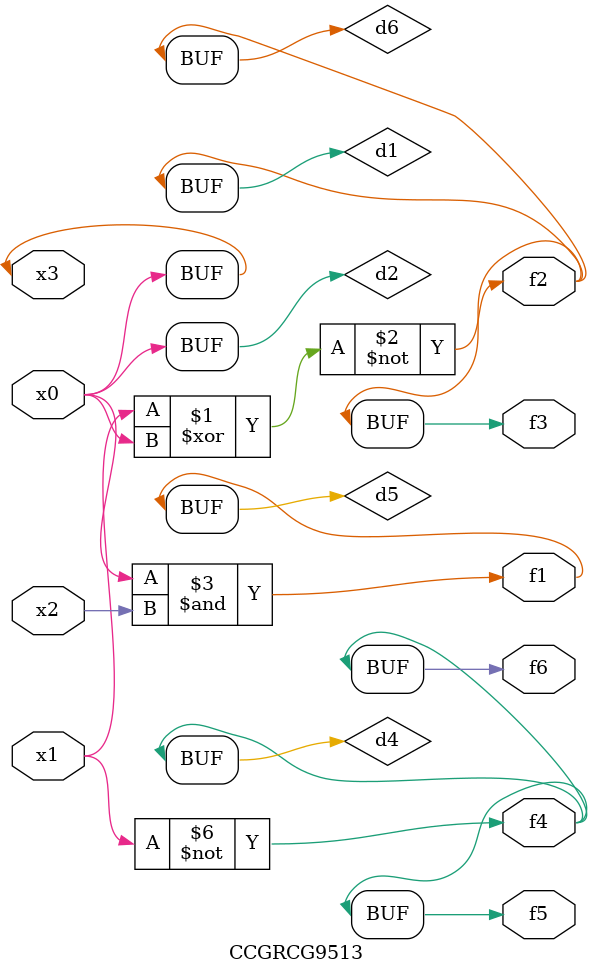
<source format=v>
module CCGRCG9513(
	input x0, x1, x2, x3,
	output f1, f2, f3, f4, f5, f6
);

	wire d1, d2, d3, d4, d5, d6;

	xnor (d1, x1, x3);
	buf (d2, x0, x3);
	nand (d3, x0, x2);
	not (d4, x1);
	nand (d5, d3);
	or (d6, d1);
	assign f1 = d5;
	assign f2 = d6;
	assign f3 = d6;
	assign f4 = d4;
	assign f5 = d4;
	assign f6 = d4;
endmodule

</source>
